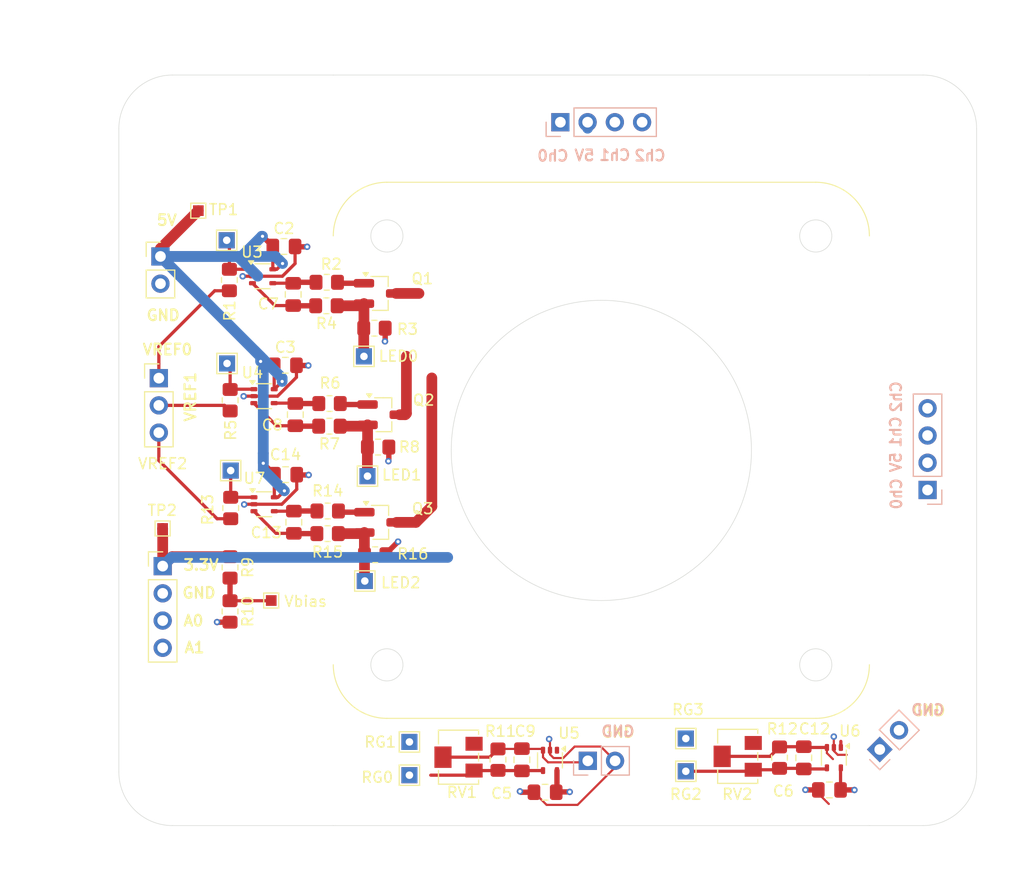
<source format=kicad_pcb>
(kicad_pcb (version 20240108) (generator "pcbnew") (generator_version "8.0")
  (layers (0 "F.Cu" signal) (31 "B.Cu" signal) (34 "B.Paste" user) (35 "F.Paste" user) (36 "B.SilkS" user "B.Silkscreen") (37 "F.SilkS" user "F.Silkscreen") (38 "B.Mask" user) (39 "F.Mask" user) (44 "Edge.Cuts" user))
  (net 0 "")
  (net 1 "GND")
  (net 2 "+5V")
  (net 3 "+3.3V")
  (net 4 "/LEDFB0")
  (net 5 "Net-(C7-Pad1)")
  (net 6 "Net-(C8-Pad1)")
  (net 7 "/LEDFB1")
  (net 8 "/A0")
  (net 9 "/PD_FB0")
  (net 10 "/PD_FB1")
  (net 11 "/A1")
  (net 12 "/VREF0")
  (net 13 "/VREF1")
  (net 14 "/LED_NEG0")
  (net 15 "/LED_NEG1")
  (net 16 "Net-(Q1-G)")
  (net 17 "/LED_SENS0")
  (net 18 "Net-(Q2-G)")
  (net 19 "/LED_SENS1")
  (net 20 "Net-(U3-+)")
  (net 21 "Net-(U4-+)")
  (net 22 "/Vbias")
  (net 25 "Net-(C13-Pad1)")
  (net 26 "/LEDFB2")
  (net 27 "/LED_NEG2")
  (net 28 "/LED_SENS2")
  (net 29 "Net-(Q3-G)")
  (net 30 "/VREF2")
  (net 31 "Net-(U7-+)")
  (footprint "Capacitor_SMD:C_0805_2012Metric_Pad1.18x1.45mm_HandSolder" (layer "F.Cu") (at 162.59 103.8625 -90)
    (property "Reference" "C9")
    (property "Value" "22pF" (hide yes))
  )
  (footprint "Package_TO_SOT_SMD:SOT-23_Handsoldering" (layer "F.Cu") (at 149.36 60.37)
    (property "Reference" "Q1")
    (property "Value" "IRLML6344TRPBF" (hide yes))
  )
  (footprint "Resistor_SMD:R_0805_2012Metric_Pad1.20x1.40mm_HandSolder" (layer "F.Cu") (at 149.18 74.7)
    (property "Reference" "R8")
    (property "Value" "20" (hide yes))
  )
  (footprint "Resistor_SMD:R_0805_2012Metric_Pad1.20x1.40mm_HandSolder" (layer "F.Cu") (at 160.36 103.85 90)
    (property "Reference" "R11")
    (property "Value" "R_US" (hide yes))
  )
  (footprint "TestPoint:TestPoint_THTPad_1.5x1.5mm_Drill0.7mm" (layer "F.Cu") (at 177.878441 104.934422)
    (property "Reference" "RG2")
    (property "Value" "TestPoint" (hide yes))
  )
  (footprint "TestPoint:TestPoint_THTPad_1.5x1.5mm_Drill0.7mm" (layer "F.Cu") (at 147.86 66.24)
    (property "Reference" "LED0")
    (property "Value" "TestPoint" (hide yes))
  )
  (footprint "Capacitor_SMD:C_0805_2012Metric_Pad1.18x1.45mm_HandSolder" (layer "F.Cu") (at 164.7525 106.89 180)
    (property "Reference" "C5")
    (property "Value" "10uF" (hide yes))
  )
  (footprint "Package_TO_SOT_SMD:SOT-353_SC-70-5" (layer "F.Cu") (at 138.41 58.765)
    (property "Reference" "U3")
    (property "Value" "TLV9001IDCK" (hide yes))
  )
  (footprint "Package_TO_SOT_SMD:SOT-353_SC-70-5" (layer "F.Cu") (at 138.55 80.03)
    (property "Reference" "U7")
    (property "Value" "TLV9001IDCK" (hide yes))
  )
  (footprint "TestPoint:TestPoint_THTPad_1.5x1.5mm_Drill0.7mm" (layer "F.Cu") (at 135.43 76.89)
    (property "Reference" "VREF2")
    (property "Value" "TestPoint" (hide yes))
  )
  (footprint "TestPoint:TestPoint_THTPad_1.5x1.5mm_Drill0.7mm" (layer "F.Cu") (at 135.09 66.9)
    (property "Reference" "VREF1" (hide yes))
    (property "Value" "TestPoint" (hide yes))
  )
  (footprint "TestPoint:TestPoint_THTPad_1.5x1.5mm_Drill0.7mm" (layer "F.Cu") (at 148.19 77.41)
    (property "Reference" "LED1")
    (property "Value" "TestPoint" (hide yes))
  )
  (footprint "TestPoint:TestPoint_THTPad_1.5x1.5mm_Drill0.7mm" (layer "F.Cu") (at 177.878441 101.881607)
    (property "Reference" "RG3")
    (property "Value" "TestPoint" (hide yes))
  )
  (footprint "Resistor_SMD:R_0805_2012Metric_Pad1.20x1.40mm_HandSolder" (layer "F.Cu") (at 186.61844 103.664106 90)
    (property "Reference" "R12")
    (property "Value" "R_US" (hide yes))
  )
  (footprint "Capacitor_SMD:C_0805_2012Metric_Pad1.18x1.45mm_HandSolder" (layer "F.Cu") (at 140.5525 77.27)
    (property "Reference" "C14")
    (property "Value" "10uF" (hide yes))
  )
  (footprint "Resistor_SMD:R_0805_2012Metric_Pad1.20x1.40mm_HandSolder" (layer "F.Cu") (at 148.91 84.74)
    (property "Reference" "R16")
    (property "Value" "20" (hide yes))
  )
  (footprint "Connector_PinHeader_2.54mm:PinHeader_1x03_P2.54mm_Vertical" (layer "F.Cu") (at 128.73 68.27)
    (property "Reference" "J4" (hide yes))
    (property "Value" "Conn_01x03_Pin" (hide yes))
  )
  (footprint "TestPoint:TestPoint_THTPad_1.5x1.5mm_Drill0.7mm" (layer "F.Cu") (at 135.06 55.41)
    (property "Reference" "VREF0" (hide yes))
    (property "Value" "TestPoint" (hide yes))
  )
  (footprint "Capacitor_SMD:C_0805_2012Metric_Pad1.18x1.45mm_HandSolder" (layer "F.Cu") (at 140.3975 55.99)
    (property "Reference" "C2")
    (property "Value" "10uF" (hide yes))
  )
  (footprint "Connector_PinHeader_2.54mm:PinHeader_1x02_P2.54mm_Vertical" (layer "F.Cu") (at 128.88 56.92)
    (property "Reference" "J3" (hide yes))
    (property "Value" "Conn_01x02_Pin" (hide yes))
  )
  (footprint "Resistor_SMD:R_0805_2012Metric_Pad1.20x1.40mm_HandSolder" (layer "F.Cu") (at 135.37 85.92 -90)
    (property "Reference" "R9")
    (property "Value" "15K" (hide yes))
  )
  (footprint "TestPoint:TestPoint_Pad_1.0x1.0mm" (layer "F.Cu") (at 129.08 82.29 180)
    (property "Reference" "TP2")
    (property "Value" "TestPoint" (hide yes))
  )
  (footprint "Potentiometer_SMD:Potentiometer_Bourns_3214W_Vertical" (layer "F.Cu") (at 156.68 103.62 -90)
    (property "Reference" "RV1")
    (property "Value" "2M" (hide yes))
  )
  (footprint "Package_TO_SOT_SMD:SOT-23_Handsoldering" (layer "F.Cu") (at 149.4 81.72)
    (property "Reference" "Q3")
    (property "Value" "IRLML6344TRPBF" (hide yes))
  )
  (footprint "Package_TO_SOT_SMD:SOT-353_SC-70-5" (layer "F.Cu") (at 165.21 103.92 -90)
    (property "Reference" "U5")
    (property "Value" "TLV9001IDCK" (hide yes))
  )
  (footprint "Resistor_SMD:R_0805_2012Metric_Pad1.20x1.40mm_HandSolder" (layer "F.Cu") (at 144.39 59.33 180)
    (property "Reference" "R2")
    (property "Value" "470" (hide yes))
  )
  (footprint "TestPoint:TestPoint_THTPad_1.5x1.5mm_Drill0.7mm" (layer "F.Cu") (at 147.94 87.19)
    (property "Reference" "LED2")
    (property "Value" "TestPoint" (hide yes))
  )
  (footprint "Resistor_SMD:R_0805_2012Metric_Pad1.20x1.40mm_HandSolder" (layer "F.Cu") (at 135.4325 80.3825 -90)
    (property "Reference" "R13")
    (property "Value" "1K" (hide yes))
  )
  (footprint "Resistor_SMD:R_0805_2012Metric_Pad1.20x1.40mm_HandSolder" (layer "F.Cu") (at 144.48 80.66 180)
    (property "Reference" "R14")
    (property "Value" "470" (hide yes))
  )
  (footprint "Resistor_SMD:R_0805_2012Metric_Pad1.20x1.40mm_HandSolder" (layer "F.Cu") (at 144.64 72.75 180)
    (property "Reference" "R7")
    (property "Value" "100" (hide yes))
  )
  (footprint "Resistor_SMD:R_0805_2012Metric_Pad1.20x1.40mm_HandSolder" (layer "F.Cu") (at 144.65 70.64 180)
    (property "Reference" "R6")
    (property "Value" "470" (hide yes))
  )
  (footprint "Capacitor_SMD:C_0805_2012Metric_Pad1.18x1.45mm_HandSolder" (layer "F.Cu") (at 141.46 71.6725 -90)
    (property "Reference" "C8")
    (property "Value" "22nF" (hide yes))
  )
  (footprint "Capacitor_SMD:C_0805_2012Metric_Pad1.18x1.45mm_HandSolder" (layer "F.Cu") (at 141.32 81.7075 -90)
    (property "Reference" "C13")
    (property "Value" "22nF" (hide yes))
  )
  (footprint "TestPoint:TestPoint_Pad_1.0x1.0mm" (layer "F.Cu") (at 132.41 52.65)
    (property "Reference" "TP1")
    (property "Value" "TestPoint" (hide yes))
  )
  (footprint "Connector_PinHeader_2.54mm:PinHeader_1x04_P2.54mm_Vertical" (layer "F.Cu") (at 129.09 85.8)
    (property "Reference" "J1" (hide yes))
    (property "Value" "Conn_01x04" (hide yes))
  )
  (footprint "Capacitor_SMD:C_0805_2012Metric_Pad1.18x1.45mm_HandSolder" (layer "F.Cu") (at 141.26 60.4625 -90)
    (property "Reference" "C7")
    (property "Value" "22nF" (hide yes))
  )
  (footprint "Capacitor_SMD:C_0805_2012Metric_Pad1.18x1.45mm_HandSolder" (layer "F.Cu") (at 188.878441 103.681607 -90)
    (property "Reference" "C12")
    (property "Value" "22pF" (hide yes))
  )
  (footprint "Resistor_SMD:R_0805_2012Metric_Pad1.20x1.40mm_HandSolder" (layer "F.Cu") (at 135.37 90.03 -90)
    (property "Reference" "R10")
    (property "Value" "470" (hide yes))
  )
  (footprint "TestPoint:TestPoint_Pad_1.0x1.0mm" (layer "F.Cu") (at 139.21 89.01)
    (property "Reference" "Vbias")
    (property "Value" "TestPoint" (hide yes))
  )
  (footprint "Package_TO_SOT_SMD:SOT-353_SC-70-5" (layer "F.Cu") (at 138.54 69.95)
    (property "Reference" "U4")
    (property "Value" "TLV9001IDCK" (hide yes))
  )
  (footprint "Package_TO_SOT_SMD:SOT-353_SC-70-5" (layer "F.Cu") (at 191.688441 103.664106 -90)
    (property "Reference" "U6")
    (property "Value" "TLV9001IDCK" (hide yes))
  )
  (footprint "Resistor_SMD:R_0805_2012Metric_Pad1.20x1.40mm_HandSolder" (layer "F.Cu") (at 148.84 63.61)
    (property "Reference" "R3")
    (property "Value" "20" (hide yes))
  )
  (footprint "Capacitor_SMD:C_0805_2012Metric_Pad1.18x1.45mm_HandSolder" (layer "F.Cu") (at 191.272658 106.673904 180)
    (property "Reference" "C6")
    (property "Value" "10uF" (hide yes))
  )
  (footprint "Resistor_SMD:R_0805_2012Metric_Pad1.20x1.40mm_HandSolder" (layer "F.Cu") (at 144.36 61.52 180)
    (property "Reference" "R4")
    (property "Value" "100" (hide yes))
  )
  (footprint "Resistor_SMD:R_0805_2012Metric_Pad1.20x1.40mm_HandSolder" (layer "F.Cu") (at 144.47 82.77 180)
    (property "Reference" "R15")
    (property "Value" "100" (hide yes))
  )
  (footprint "Potentiometer_SMD:Potentiometer_Bourns_3214W_Vertical" (layer "F.Cu") (at 182.718441 103.544106 -90)
    (property "Reference" "RV2")
    (property "Value" "2M" (hide yes))
  )
  (footprint "TestPoint:TestPoint_THTPad_1.5x1.5mm_Drill0.7mm" (layer "F.Cu") (at 152.1 105.3)
    (property "Reference" "RG0")
    (property "Value" "TestPoint" (hide yes))
  )
  (footprint "Package_TO_SOT_SMD:SOT-23_Handsoldering" (layer "F.Cu") (at 149.6975 71.68)
    (property "Reference" "Q2")
    (property "Value" "IRLML6344TRPBF" (hide yes))
  )
  (footprint "TestPoint:TestPoint_THTPad_1.5x1.5mm_Drill0.7mm" (layer "F.Cu") (at 152.1 102.2)
    (property "Reference" "RG1")
    (property "Value" "TestPoint" (hide yes))
  )
  (footprint "Resistor_SMD:R_0805_2012Metric_Pad1.20x1.40mm_HandSolder" (layer "F.Cu") (at 135.31 59.12 -90)
    (property "Reference" "R1")
    (property "Value" "1K" (hide yes))
  )
  (footprint "Resistor_SMD:R_0805_2012Metric_Pad1.20x1.40mm_HandSolder" (layer "F.Cu") (at 135.38 70.33 -90)
    (property "Reference" "R5")
    (property "Value" "1K" (hide yes))
  )
  (footprint "Capacitor_SMD:C_0805_2012Metric_Pad1.18x1.45mm_HandSolder" (layer "F.Cu") (at 140.5275 67.07)
    (property "Reference" "C3")
    (property "Value" "10uF" (hide yes))
  )
  (footprint "Connector_PinSocket_2.54mm:PinSocket_1x02_P2.54mm_Vertical" (layer "B.Cu") (at 168.74 103.96 -90)
    (property "Reference" "J7" (hide yes))
    (property "Value" "Conn_01x02_Pin" (hide yes))
  )
  (footprint "Connector_PinSocket_2.54mm:PinSocket_1x02_P2.54mm_Vertical" (layer "B.Cu") (at 195.967588 102.903122 -45)
    (property "Reference" "J2" (hide yes))
    (property "Value" "Conn_01x02_Pin" (hide yes))
  )
  (footprint "Connector_PinSocket_2.54mm:PinSocket_1x04_P2.54mm_Vertical" (layer "B.Cu") (at 166.18 44.4 -90)
    (property "Reference" "J5" (hide yes))
    (property "Value" "Conn_01x04" (hide yes))
  )
  (footprint "Connector_PinSocket_2.54mm:PinSocket_1x04_P2.54mm_Vertical" (layer "B.Cu") (at 200.425 78.7)
    (property "Reference" "J6" (hide yes))
    (property "Value" "Conn_01x04" (hide yes))
  )
  (gr_line (start 190 50) (end 150 50) (stroke (width 0.1)) (layer "F.SilkS"))
  (gr_arc (start 150 100) (mid 146.464466 98.535534) (end 145 95) (stroke (width 0.1)) (layer "F.SilkS"))
  (gr_arc (start 190 50) (mid 193.535534 51.464466) (end 195 55) (stroke (width 0.1)) (layer "F.SilkS"))
  (gr_arc (start 195 95) (mid 193.535534 98.535534) (end 190 100) (stroke (width 0.1)) (layer "F.SilkS"))
  (gr_arc (start 145 55) (mid 146.464466 51.464466) (end 150 50) (stroke (width 0.1)) (layer "F.SilkS"))
  (gr_line (start 150 100) (end 190 100) (stroke (width 0.1)) (layer "F.SilkS"))
  (gr_line (start 205 105) (end 205 45) (stroke (width 0.05)) (layer "Edge.Cuts"))
  (gr_circle (center 170 75.01) (end 184 74.97) (stroke (width 0.05)) (fill none) (layer "Edge.Cuts"))
  (gr_line (start 200 110) (end 195 110) (stroke (width 0.05)) (layer "Edge.Cuts"))
  (gr_arc (start 125 45) (mid 126.464466 41.464466) (end 130 40) (stroke (width 0.05)) (layer "Edge.Cuts"))
  (gr_line (start 195 40) (end 145 40) (stroke (width 0.05)) (layer "Edge.Cuts"))
  (gr_circle (center 150 55.01) (end 151.5 55.01) (stroke (width 0.05)) (fill none) (layer "Edge.Cuts"))
  (gr_line (start 145 40) (end 130 40) (stroke (width 0.05)) (layer "Edge.Cuts"))
  (gr_circle (center 150 95.01) (end 149.98 96.51) (stroke (width 0.05)) (fill none) (layer "Edge.Cuts"))
  (gr_line (start 195 40) (end 200 40) (stroke (width 0.05)) (layer "Edge.Cuts"))
  (gr_line (start 130 110) (end 145 110) (stroke (width 0.05)) (layer "Edge.Cuts"))
  (gr_arc (start 205 105) (mid 203.535534 108.535534) (end 200 110) (stroke (width 0.05)) (layer "Edge.Cuts"))
  (gr_circle (center 190 55.01) (end 191.5 54.98) (stroke (width 0.05)) (fill none) (layer "Edge.Cuts"))
  (gr_line (start 125 105) (end 125 45) (stroke (width 0.05)) (layer "Edge.Cuts"))
  (gr_line (start 195 110) (end 145 110) (stroke (width 0.05)) (layer "Edge.Cuts"))
  (gr_circle (center 190 95.01) (end 190.02 96.51) (stroke (width 0.05)) (fill none) (layer "Edge.Cuts"))
  (gr_arc (start 200 40) (mid 203.535534 41.464466) (end 205 45) (stroke (width 0.05)) (layer "Edge.Cuts"))
  (gr_arc (start 130 110) (mid 126.464466 108.535534) (end 125 105) (stroke (width 0.05)) (layer "Edge.Cuts"))
  (gr_text "Ch0" (at 167.04 48.12 0) (layer "B.SilkS") (effects (font (size 1 1) (thickness 0.2) (bold yes)) (justify left bottom mirror)))
  (gr_text "Ch1" (at 172.81 48.06 0) (layer "B.SilkS") (effects (font (size 1 1) (thickness 0.2) (bold yes)) (justify left bottom mirror)))
  (gr_text "5V" (at 169.46 48.08 0) (layer "B.SilkS") (effects (font (size 1 1) (thickness 0.2) (bold yes)) (justify left bottom mirror)))
  (gr_text "GND" (at 202.1 99.8 0) (layer "B.SilkS") (effects (font (size 1 1) (thickness 0.2) (bold yes)) (justify left bottom mirror)))
  (gr_text "Ch0" (at 198.1 77.5 90) (layer "B.SilkS") (effects (font (size 1 1) (thickness 0.2) (bold yes)) (justify left bottom mirror)))
  (gr_text "5V" (at 198.06 75.08 90) (layer "B.SilkS") (effects (font (size 1 1) (thickness 0.2) (bold yes)) (justify left bottom mirror)))
  (gr_text "Ch2" (at 198.08 68.45 90) (layer "B.SilkS") (effects (font (size 1 1) (thickness 0.2) (bold yes)) (justify left bottom mirror)))
  (gr_text "Ch1" (at 198.04 71.73 90) (layer "B.SilkS") (effects (font (size 1 1) (thickness 0.2) (bold yes)) (justify left bottom mirror)))
  (gr_text "GND" (at 173.2 101.8 0) (layer "B.SilkS") (effects (font (size 1 1) (thickness 0.2) (bold yes)) (justify left bottom mirror)))
  (gr_text "Ch2" (at 176.09 48.1 0) (layer "B.SilkS") (effects (font (size 1 1) (thickness 0.2) (bold yes)) (justify left bottom mirror)))
  (gr_text "GND" (at 198.88 99.85 0) (layer "F.SilkS") (effects (font (size 1 1) (thickness 0.2) (bold yes)) (justify left bottom)))
  (gr_text "5V" (at 128.44 54.12 0) (layer "F.SilkS") (effects (font (size 1 1) (thickness 0.2) (bold yes)) (justify left bottom)))
  (gr_text "GND" (at 130.82 88.88 0) (layer "F.SilkS") (effects (font (size 1 1) (thickness 0.2) (bold yes)) (justify left bottom)))
  (gr_text "VREF0\n" (at 127.12 66.19 0) (layer "F.SilkS") (effects (font (size 1 1) (thickness 0.2) (bold yes)) (justify left bottom)))
  (gr_text "GND" (at 169.9 101.86 0) (layer "F.SilkS") (effects (font (size 1 1) (thickness 0.2) (bold yes)) (justify left bottom)))
  (gr_text "3.3V" (at 130.92 86.28 0) (layer "F.SilkS") (effects (font (size 1 1) (thickness 0.2) (bold yes)) (justify left bottom)))
  (gr_text "VREF1" (at 132.26 72.43 90) (layer "F.SilkS") (effects (font (size 1 1) (thickness 0.2) (bold yes)) (justify left bottom)))
  (gr_text "GND" (at 127.48 62.99 0) (layer "F.SilkS") (effects (font (size 1 1) (thickness 0.2) (bold yes)) (justify left bottom)))
  (gr_text "A0" (at 130.92 91.48 0) (layer "F.SilkS") (effects (font (size 1 1) (thickness 0.2) (bold yes)) (justify left bottom)))
  (gr_text "A1" (at 131.02 93.98 0) (layer "F.SilkS") (effects (font (size 1 1) (thickness 0.2) (bold yes)) (justify left bottom)))
  (segment (start 191.688441 102.714107) (end 191.688441 103.039106) (width 0.2) (layer "F.Cu") (net 1))
  (segment (start 164.895 108.07) (end 163.715 106.89) (width 0.2) (layer "F.Cu") (net 1))
  (segment (start 191.680832 102.706498) (end 191.680832 101.702944) (width 0.2) (layer "F.Cu") (net 1))
  (segment (start 149.84 63.61) (end 149.84 64.82) (width 0.5) (layer "F.Cu") (net 1))
  (segment (start 137.46 58.765) (end 136.555 58.765) (width 0.3) (layer "F.Cu") (net 1))
  (segment (start 191.688441 102.714107) (end 191.680832 102.706498) (width 0.2) (layer "F.Cu") (net 1))
  (segment (start 141.435 57.582044) (end 141.435 55.99) (width 0.3) (layer "F.Cu") (net 1))
  (segment (start 141.565 68.189168) (end 141.565 67.07) (width 0.3) (layer "F.Cu") (net 1))
  (segment (start 136.65 69.95) (end 136.64 69.96) (width 0.3) (layer "F.Cu") (net 1))
  (segment (start 165.21 102.97) (end 165.21 102.01) (width 0.2) (layer "F.Cu") (net 1))
  (segment (start 137.59 69.95) (end 139.804168 69.95) (width 0.3) (layer "F.Cu") (net 1))
  (segment (start 141.585 67.09) (end 141.565 67.07) (width 0.5) (layer "F.Cu") (net 1))
  (segment (start 136.555 58.765) (end 136.55 58.77) (width 0.3) (layer "F.Cu") (net 1))
  (segment (start 166.44 103.7) (end 167.51 102.63) (width 0.2) (layer "F.Cu") (net 1))
  (segment (start 135.37 91.03) (end 134.17 91.03) (width 0.5) (layer "F.Cu") (net 1))
  (segment (start 140.2 80.03) (end 141.59 78.64) (width 0.3) (layer "F.Cu") (net 1))
  (segment (start 150.18 74.7) (end 150.18 75.97) (width 0.5) (layer "F.Cu") (net 1))
  (segment (start 142.67 67.09) (end 141.585 67.09) (width 0.5) (layer "F.Cu") (net 1))
  (segment (start 137.6 80.03) (end 140.2 80.03) (width 0.3) (layer "F.Cu") (net 1))
  (segment (start 136.71 80.03) (end 136.69 80.05) (width 0.3) (layer "F.Cu") (net 1))
  (segment (start 171.28 104.568529) (end 167.778529 108.07) (width 0.2) (layer "F.Cu") (net 1))
  (segment (start 141.62 77.3) (end 141.59 77.27) (width 0.5) (layer "F.Cu") (net 1))
  (segment (start 134.17 91.03) (end 134.16 91.02) (width 0.5) (layer "F.Cu") (net 1))
  (segment (start 163.715 106.89) (end 163.68 106.89) (width 0.2) (layer "F.Cu") (net 1))
  (segment (start 190.235158 107.003068) (end 190.235158 106.673904) (width 0.2) (layer "F.Cu") (net 1))
  (segment (start 165.21 103.36) (end 165.55 103.7) (width 0.2) (layer "F.Cu") (net 1))
  (segment (start 149.91 84.65) (end 151.04 83.52) (width 0.5) (layer "F.Cu") (net 1))
  (segment (start 190.235158 106.673904) (end 190.228087 106.666833) (width 0.2) (layer "F.Cu") (net 1))
  (segment (start 167.778529 108.07) (end 164.895 108.07) (width 0.2) (layer "F.Cu") (net 1))
  (segment (start 171.28 103.96) (end 171.28 104.568529) (width 0.2) (layer "F.Cu") (net 1))
  (segment (start 150.18 75.97) (end 150.14 76.01) (width 0.5) (layer "F.Cu") (net 1))
  (segment (start 142.56 56.02) (end 141.465 56.02) (width 0.5) (layer "F.Cu") (net 1))
  (segment (start 137.46 58.765) (end 140.252044 58.765) (width 0.3) (layer "F.Cu") (net 1))
  (segment (start 162.49 106.89) (end 163.715 106.89) (width 0.5) (layer "F.Cu") (net 1))
  (segment (start 140.252044 58.765) (end 141.435 57.582044) (width 0.3) (layer "F.Cu") (net 1))
  (segment (start 192.049335 103.4) (end 192.882914 103.4) (width 0.2) (layer "F.Cu") (net 1))
  (segment (start 189.043324 106.673904) (end 190.235158 106.673904) (width 0.5) (layer "F.Cu") (net 1))
  (segment (start 191.214142 107.982052) (end 190.235158 107.003068) (width 0.2) (layer "F.Cu") (net 1))
  (segment (start 165.21 102.97) (end 165.21 103.36) (width 0.2) (layer "F.Cu") (net 1))
  (segment (start 139.804168 69.95) (end 141.565 68.189168) (width 0.3) (layer "F.Cu") (net 1))
  (segment (start 167.51 102.63) (end 169.95 102.63) (width 0.2) (layer "F.Cu") (net 1))
  (segment (start 191.688441 103.039106) (end 192.049335 103.4) (width 0.2) (layer "F.Cu") (net 1))
  (segment (start 149.84 64.82) (end 149.82 64.84) (width 0.5) (layer "F.Cu") (net 1))
  (segment (start 142.7 77.3) (end 141.62 77.3) (width 0.5) (layer "F.Cu") (net 1))
  (segment (start 149.91 84.74) (end 149.91 84.65) (width 0.5) (layer "F.Cu") (net 1))
  (segment (start 141.465 56.02) (end 141.435 55.99) (width 0.5) (layer "F.Cu") (net 1))
  (segment (start 165.55 103.7) (end 166.44 103.7) (width 0.2) (layer "F.Cu") (net 1))
  (segment (start 141.59 78.64) (end 141.59 77.27) (width 0.3) (layer "F.Cu") (net 1))
  (segment (start 169.95 102.63) (end 171.28 103.96) (width 0.2) (layer "F.Cu") (net 1))
  (segment (start 189.036253 106.666833) (end 189.043324 106.673904) (width 0.5) (layer "F.Cu") (net 1))
  (segment (start 137.59 69.95) (end 136.65 69.95) (width 0.3) (layer "F.Cu") (net 1))
  (segment (start 165.21 102.01) (end 165.13 101.93) (width 0.2) (layer "F.Cu") (net 1))
  (segment (start 162.41 106.81) (end 162.49 106.89) (width 0.5) (layer "F.Cu") (net 1))
  (segment (start 137.6 80.03) (end 136.71 80.03) (width 0.3) (layer "F.Cu") (net 1))
  (via (at 149.82 64.84) (size 0.6) (drill 0.3) (layers "F.Cu" "B.Cu") (net 1))
  (via (at 142.56 56.02) (size 0.6) (drill 0.3) (layers "F.Cu" "B.Cu") (net 1))
  (via (at 165.13 101.93) (size 0.6) (drill 0.3) (layers "F.Cu" "B.Cu") (net 1))
  (via (at 191.680832 101.702944) (size 0.6) (drill 0.3) (layers "F.Cu" "B.Cu") (net 1))
  (via (at 151.04 83.52) (size 0.6) (drill 0.3) (layers "F.Cu" "B.Cu") (net 1))
  (via (at 134.16 91.02) (size 0.6) (drill 0.3) (layers "F.Cu" "B.Cu") (net 1))
  (via (at 142.7 77.3) (size 0.6) (drill 0.3) (layers "F.Cu" "B.Cu") (net 1))
  (via (at 136.55 58.77) (size 0.6) (drill 0.3) (layers "F.Cu" "B.Cu") (net 1))
  (via (at 142.67 67.09) (size 0.6) (drill 0.3) (layers "F.Cu" "B.Cu") (net 1))
  (via (at 189.036253 106.666833) (size 0.6) (drill 0.3) (layers "F.Cu" "B.Cu") (net 1))
  (via (at 150.14 76.01) (size 0.6) (drill 0.3) (layers "F.Cu" "B.Cu") (net 1))
  (via (at 136.64 69.96) (size 0.6) (drill 0.3) (layers "F.Cu" "B.Cu") (net 1))
  (via (at 162.41 106.81) (size 0.6) (drill 0.3) (layers "F.Cu" "B.Cu") (net 1))
  (via (at 136.69 80.05) (size 0.6) (drill 0.3) (layers "F.Cu" "B.Cu") (net 1))
  (segment (start 139.5 79.38) (end 139.5 77.285) (width 0.3) (layer "F.Cu") (net 2))
  (segment (start 138.47 76.225) (end 139.515 77.27) (width 0.5) (layer "F.Cu") (net 2))
  (segment (start 139.36 58.115) (end 139.36 55.99) (width 0.3) (layer "F.Cu") (net 2))
  (segment (start 138.22 66.71) (end 139.13 66.71) (width 0.5) (layer "F.Cu") (net 2))
  (segment (start 139.13 66.71) (end 139.49 67.07) (width 0.5) (layer "F.Cu") (net 2))
  (segment (start 139.36 58.115) (end 139.735 58.115) (width 0.3) (layer "F.Cu") (net 2))
  (segment (start 139.515 77.27) (end 139.515 77.255) (width 0.3) (layer "F.Cu") (net 2))
  (segment (start 139.84 79.38) (end 140.44 78.78) (width 0.3) (layer "F.Cu") (net 2))
  (segment (start 138.47 76.21) (end 138.47 76.225) (width 0.5) (layer "F.Cu") (net 2))
  (segment (start 128.88 56.92) (end 128.88 56.18) (width 1) (layer "F.Cu") (net 2))
  (segment (start 139.51 69.3) (end 139.49 69.3) (width 0.3) (layer "F.Cu") (net 2))
  (segment (start 138.41 55.04) (end 139.36 55.99) (width 0.5) (layer "F.Cu") (net 2))
  (segment (start 139.5 79.38) (end 139.84 79.38) (width 0.3) (layer "F.Cu") (net 2))
  (segment (start 138.4 55.04) (end 138.41 55.04) (width 0.5) (layer "F.Cu") (net 2))
  (segment (start 139.5 77.285) (end 139.515 77.27) (width 0.3) (layer "F.Cu") (net 2))
  (segment (start 139.49 69.3) (end 139.49 67.07) (width 0.3) (layer "F.Cu") (net 2))
  (segment (start 139.735 58.115) (end 140.27 57.58) (width 0.3) (layer "F.Cu") (net 2))
  (segment (start 128.88 56.18) (end 132.41 52.65) (width 1) (layer "F.Cu") (net 2))
  (segment (start 140.23 68.58) (end 139.51 69.3) (width 0.3) (layer "F.Cu") (net 2))
  (via (at 138.47 76.21) (size 0.6) (drill 0.3) (layers "F.Cu" "B.Cu") (net 2))
  (via (at 140.27 57.58) (size 0.6) (drill 0.3) (layers "F.Cu" "B.Cu") (net 2))
  (via (at 140.44 78.78) (size 0.6) (drill 0.3) (layers "F.Cu" "B.Cu") (net 2))
  (via (at 140.23 68.58) (size 0.6) (drill 0.3) (layers "F.Cu" "B.Cu") (net 2))
  (via (at 138.4 55.04) (size 0.6) (drill 0.3) (layers "F.Cu" "B.Cu") (net 2))
  (via (at 138.22 66.71) (size 0.6) (drill 0.3) (layers "F.Cu" "B.Cu") (net 2))
  (segment (start 139.61 56.92) (end 140.27 57.58) (width 1) (layer "B.Cu") (net 2))
  (segment (start 138.47 75.26) (end 138.47 76.21) (width 1) (layer "B.Cu") (net 2))
  (segment (start 168.72 44.96) (end 168.72 44.4) (width 1) (layer "B.Cu") (net 2))
  (segment (start 138.47 75.26) (end 138.47 76.81) (width 1) (layer "B.Cu") (net 2))
  (segment (start 140.23 68.27) (end 140.23 68.58) (width 1) (layer "B.Cu") (net 2))
  (segment (start 138.33 55.04) (end 138.4 55.04) (width 1) (layer "B.Cu") (net 2))
  (segment (start 136.45 56.92) (end 139.61 56.92) (width 1) (layer "B.Cu") (net 2))
  (segment (start 128.88 56.92) (end 137.685 65.725) (width 1) (layer "B.Cu") (net 2))
  (segment (start 137.685 65.725) (end 140.23 68.27) (width 1) (layer "B.Cu") (net 2))
  (segment (start 136.114214 56.92) (end 137.954214 58.76) (width 1) (layer "B.Cu") (net 2))
  (segment (start 136.45 56.92) (end 138.33 55.04) (width 1) (layer "B.Cu") (net 2))
  (segment (start 138.22 66.26) (end 138.22 66.71) (width 1) (layer "B.Cu") (net 2))
  (segment (start 128.88 56.92) (end 138.47 66.51) (width 1) (layer "B.Cu") (net 2))
  (segment (start 137.685 65.725) (end 138.22 66.26) (width 1) (layer "B.Cu") (net 2))
  (segment (start 128.88 56.92) (end 136.45 56.92) (width 1) (layer "B.Cu") (net 2))
  (segment (start 128.88 56.92) (end 136.114214 56.92) (width 1) (layer "B.Cu") (net 2))
  (segment (start 138.47 76.81) (end 140.44 78.78) (width 1) (layer "B.Cu") (net 2))
  (segment (start 138.47 66.51) (end 138.47 75.26) (width 1) (layer "B.Cu") (net 2))
  (segment (start 165.86 106.82) (end 165.79 106.89) (width 0.5) (layer "F.Cu") (net 3))
  (segment (start 129.09 82.3) (end 129.08 82.29) (width 1) (layer "F.Cu") (net 3))
  (segment (start 129.09 85.8) (end 129.09 82.3) (width 1) (layer "F.Cu") (net 3))
  (segment (start 192.310157 104.642391) (end 192.310157 106.673904) (width 0.3) (layer "F.Cu") (net 3))
  (segment (start 165.86 104.87) (end 165.86 106.82) (width 0.5) (layer "F.Cu") (net 3))
  (segment (start 165.82 106.86) (end 165.79 106.89) (width 0.5) (layer "F.Cu") (net 3))
  (segment (start 129.09 85.8) (end 129.97 84.92) (width 1) (layer "F.Cu") (net 3))
  (segment (start 193.597092 106.673904) (end 192.310157 106.673904) (width 0.5) (layer "F.Cu") (net 3))
  (segment (start 167.05 106.86) (end 165.82 106.86) (width 0.5) (layer "F.Cu") (net 3))
  (segment (start 129.97 84.92) (end 135.37 84.92) (width 1) (layer "F.Cu") (net 3))
  (segment (start 192.338441 104.614107) (end 192.310157 104.642391) (width 0.3) (layer "F.Cu") (net 3))
  (segment (start 192.310157 106.673904) (end 192.317228 106.680975) (width 0.3) (layer "F.Cu") (net 3))
  (via (at 193.604163 106.680975) (size 0.6) (drill 0.3) (layers "F.Cu" "B.Cu") (net 3))
  (via (at 167.05 106.86) (size 0.6) (drill 0.3) (layers "F.Cu" "B.Cu") (net 3))
  (segment (start 129.09 85.8) (end 129.9 84.99) (width 1) (layer "B.Cu") (net 3))
  (segment (start 129.9 84.99) (end 155.67 84.99) (width 1) (layer "B.Cu") (net 3))
  (segment (start 143.36 61.52) (end 141.28 61.52) (width 0.5) (layer "F.Cu") (net 4))
  (segment (start 137.46 59.415) (end 139.545 61.5) (width 0.3) (layer "F.Cu") (net 4))
  (segment (start 139.545 61.5) (end 141.26 61.5) (width 0.3) (layer "F.Cu") (net 4))
  (segment (start 141.28 61.52) (end 141.26 61.5) (width 0.5) (layer "F.Cu") (net 4))
  (segment (start 143.39 59.33) (end 141.355 59.33) (width 0.5) (layer "F.Cu") (net 5))
  (segment (start 139.36 59.415) (end 141.25 59.415) (width 0.3) (layer "F.Cu") (net 5))
  (segment (start 141.25 59.415) (end 141.26 59.425) (width 0.3) (layer "F.Cu") (net 5))
  (segment (start 141.355 59.33) (end 141.26 59.425) (width 0.5) (layer "F.Cu") (net 5))
  (segment (start 143.65 70.64) (end 141.465 70.64) (width 0.5) (layer "F.Cu") (net 6))
  (segment (start 139.49 70.6) (end 141.425 70.6) (width 0.3) (layer "F.Cu") (net 6))
  (segment (start 141.425 70.6) (end 141.46 70.635) (width 0.3) (layer "F.Cu") (net 6))
  (segment (start 141.465 70.64) (end 141.46 70.635) (width 0.5) (layer "F.Cu") (net 6))
  (segment (start 141.5 72.75) (end 141.46 72.71) (width 0.5) (layer "F.Cu") (net 7))
  (segment (start 143.64 72.75) (end 141.5 72.75) (width 0.5) (layer "F.Cu") (net 7))
  (segment (start 139.7 72.71) (end 141.46 72.71) (width 0.3) (layer "F.Cu") (net 7))
  (segment (start 137.59 70.6) (end 139.7 72.71) (width 0.3) (layer "F.Cu") (net 7))
  (segment (start 164.56 104.87) (end 158.13 104.87) (width 0.3) (layer "F.Cu") (net 8))
  (segment (start 160.7 105.19) (end 160.36 104.85) (width 0.3) (layer "F.Cu") (net 8))
  (segment (start 157.7 105.3) (end 154.09 105.3) (width 0.3) (layer "F.Cu") (net 8))
  (segment (start 158.13 104.87) (end 157.7 105.3) (width 0.3) (layer "F.Cu") (net 8))
  (segment (start 168.6 104.1) (end 168.74 103.96) (width 0.2) (layer "F.Cu") (net 9))
  (segment (start 160.36 102.85) (end 164.44 102.85) (width 0.2) (layer "F.Cu") (net 9))
  (segment (start 160.48 102.97) (end 160.36 102.85) (width 0.2) (layer "F.Cu") (net 9))
  (segment (start 155.23 103.62) (end 159.59 103.62) (width 0.3) (layer "F.Cu") (net 9))
  (segment (start 159.59 103.62) (end 160.36 102.85) (width 0.3) (layer "F.Cu") (net 9))
  (segment (start 165.03 104.1) (end 168.6 104.1) (width 0.2) (layer "F.Cu") (net 9))
  (segment (start 164.56 102.97) (end 164.56 103.63) (width 0.2) (layer "F.Cu") (net 9))
  (segment (start 164.44 102.85) (end 164.56 102.97) (width 0.2) (layer "F.Cu") (net 9))
  (segment (start 155.23 103.62) (end 155.2 103.62) (width 0.3) (layer "F.Cu") (net 9))
  (segment (start 164.56 103.63) (end 165.03 104.1) (width 0.2) (layer "F.Cu") (net 9))
  (segment (start 186.61844 102.664106) (end 186.63844 102.644107) (width 0.3) (layer "F.Cu") (net 10))
  (segment (start 188.878441 102.644107) (end 188.94844 102.714106) (width 0.3) (layer "F.Cu") (net 10))
  (segment (start 191.6 103.8) (end 191.038441 103.238442) (width 0.2) (layer "F.Cu") (net 10))
  (segment (start 186.61844 102.664106) (end 185.73844 103.544106) (width 0.3) (layer "F.Cu") (net 10))
  (segment (start 185.73844 103.544106) (end 181.268441 103.544106) (width 0.3) (layer "F.Cu") (net 10))
  (segment (start 186.63844 102.644107) (end 188.878441 102.644107) (width 0.3) (layer "F.Cu") (net 10))
  (segment (start 191.038441 103.238442) (end 191.038441 102.714106) (width 0.2) (layer "F.Cu") (net 10))
  (segment (start 188.94844 102.714106) (end 191.038441 102.714106) (width 0.3) (layer "F.Cu") (net 10))
  (segment (start 186.61844 104.664107) (end 186.488441 104.794106) (width 0.3) (layer "F.Cu") (net 11))
  (segment (start 190.933442 104.719106) (end 188.878441 104.719106) (width 0.3) (layer "F.Cu") (net 11))
  (segment (start 188.878441 104.719106) (end 188.823441 104.664107) (width 0.3) (layer "F.Cu") (net 11))
  (segment (start 184.028125 104.934422) (end 178.62057 104.934422) (width 0.3) (layer "F.Cu") (net 11))
  (segment (start 186.488441 104.794106) (end 184.168441 104.794106) (width 0.3) (layer "F.Cu") (net 11))
  (segment (start 191.038441 104.614107) (end 190.933442 104.719106) (width 0.3) (layer "F.Cu") (net 11))
  (segment (start 184.168441 104.794106) (end 184.028125 104.934422) (width 0.3) (layer "F.Cu") (net 11))
  (segment (start 188.823441 104.664107) (end 186.61844 104.664107) (width 0.3) (layer "F.Cu") (net 11))
  (segment (start 128.73 65.33) (end 133.94 60.12) (width 0.3) (layer "F.Cu") (net 12))
  (segment (start 128.73 68.27) (end 128.73 65.33) (width 0.3) (layer "F.Cu") (net 12))
  (segment (start 133.94 60.12) (end 135.31 60.12) (width 0.3) (layer "F.Cu") (net 12))
  (segment (start 134.86 70.81) (end 135.38 71.33) (width 0.3) (layer "F.Cu") (net 13))
  (segment (start 128.73 70.81) (end 134.86 70.81) (width 0.3) (layer "F.Cu") (net 13))
  (segment (start 150.86 60.37) (end 152.99 60.37) (width 1) (layer "F.Cu") (net 14))
  (segment (start 151.82 71.56) (end 151.82 66.23) (width 1) (layer "F.Cu") (net 15))
  (segment (start 151.1975 71.68) (end 151.7 71.68) (width 1) (layer "F.Cu") (net 15))
  (segment (start 151.7 71.68) (end 151.82 71.56) (width 1) (layer "F.Cu") (net 15))
  (segment (start 147.86 59.42) (end 145.48 59.42) (width 0.5) (layer "F.Cu") (net 16))
  (segment (start 145.48 59.42) (end 145.39 59.33) (width 0.5) (layer "F.Cu") (net 16))
  (segment (start 147.84 63.61) (end 147.84 66.22) (width 1) (layer "F.Cu") (net 17))
  (segment (start 145.36 61.52) (end 147.66 61.52) (width 1) (layer "F.Cu") (net 17))
  (segment (start 147.86 61.32) (end 147.86 63.59) (width 1) (layer "F.Cu") (net 17))
  (segment (start 147.86 63.59) (end 147.84 63.61) (width 1) (layer "F.Cu") (net 17))
  (segment (start 147.66 61.52) (end 147.86 61.32) (width 1) (layer "F.Cu") (net 17))
  (segment (start 147.84 66.22) (end 147.86 66.24) (width 1) (layer "F.Cu") (net 17))
  (segment (start 145.74 70.73) (end 145.65 70.64) (width 0.5) (layer "F.Cu") (net 18))
  (segment (start 148.1975 70.73) (end 145.74 70.73) (width 0.5) (layer "F.Cu") (net 18))
  (segment (start 148.18 77.4) (end 148.19 77.41) (width 1) (layer "F.Cu") (net 19))
  (segment (start 148.1975 74.6825) (end 148.18 74.7) (width 1) (layer "F.Cu") (net 19))
  (segment (start 145.64 72.75) (end 148.0775 72.75) (width 1) (layer "F.Cu") (net 19))
  (segment (start 148.18 74.7) (end 148.18 77.4) (width 1) (layer "F.Cu") (net 19))
  (segment (start 148.0775 72.75) (end 148.1975 72.63) (width 1) (layer "F.Cu") (net 19))
  (segment (start 148.1975 72.63) (end 148.1975 74.6825) (width 1) (layer "F.Cu") (net 19))
  (segment (start 135.31 55.66) (end 135.06 55.41) (width 0.3) (layer "F.Cu") (net 20))
  (segment (start 135.315 58.115) (end 135.31 58.12) (width 0.3) (layer "F.Cu") (net 20))
  (segment (start 135.31 58.12) (end 135.31 55.66) (width 0.3) (layer "F.Cu") (net 20))
  (segment (start 137.46 58.115) (end 135.315 58.115) (width 0.3) (layer "F.Cu") (net 20))
  (segment (start 135.41 69.3) (end 135.38 69.33) (width 0.3) (layer "F.Cu") (net 21))
  (segment (start 135.38 69.33) (end 135.38 67.19) (width 0.3) (layer "F.Cu") (net 21))
  (segment (start 135.38 67.19) (end 135.09 66.9) (width 0.3) (layer "F.Cu") (net 21))
  (segment (start 137.59 69.3) (end 135.41 69.3) (width 0.3) (layer "F.Cu") (net 21))
  (segment (start 192.338441 102.148421) (end 192.338441 102.714106) (width 0.3) (layer "F.Cu") (net 22))
  (segment (start 139.21 89.01) (end 139.33 89.13) (width 0.3) (layer "F.Cu") (net 22))
  (segment (start 135.37 86.92) (end 135.37 89.03) (width 0.5) (layer "F.Cu") (net 22))
  (segment (start 139.19 89.03) (end 139.21 89.01) (width 0.3) (layer "F.Cu") (net 22))
  (segment (start 135.37 89.03) (end 139.19 89.03) (width 0.3) (layer "F.Cu") (net 22))
  (segment (start 141.33 80.66) (end 141.32 80.67) (width 0.5) (layer "F.Cu") (net 25))
  (segment (start 143.48 80.66) (end 141.33 80.66) (width 0.5) (layer "F.Cu") (net 25))
  (segment (start 141.31 80.68) (end 141.32 80.67) (width 0.3) (layer "F.Cu") (net 25))
  (segment (start 139.5 80.68) (end 141.31 80.68) (width 0.3) (layer "F.Cu") (net 25))
  (segment (start 141.345 82.77) (end 141.32 82.745) (width 0.5) (layer "F.Cu") (net 26))
  (segment (start 139.665 82.745) (end 141.32 82.745) (width 0.3) (layer "F.Cu") (net 26))
  (segment (start 143.47 82.77) (end 141.345 82.77) (width 0.5) (layer "F.Cu") (net 26))
  (segment (start 137.6 80.68) (end 139.665 82.745) (width 0.3) (layer "F.Cu") (net 26))
  (segment (start 154.19 80.24) (end 154.19 68.25) (width 1) (layer "F.Cu") (net 27))
  (segment (start 152.71 81.72) (end 154.19 80.24) (width 1) (layer "F.Cu") (net 27))
  (segment (start 150.9 81.72) (end 152.71 81.72) (width 1) (layer "F.Cu") (net 27))
  (segment (start 147.9 82.67) (end 147.9 84.73) (width 1) (layer "F.Cu") (net 28))
  (segment (start 147.91 87.16) (end 147.94 87.19) (width 1) (layer "F.Cu") (net 28))
  (segment (start 147.8 82.77) (end 147.9 82.67) (width 1) (layer "F.Cu") (net 28))
  (segment (start 147.91 84.74) (end 147.91 87.16) (width 1) (layer "F.Cu") (net 28))
  (segment (start 147.9 84.73) (end 147.91 84.74) (width 1) (layer "F.Cu") (net 28))
  (segment (start 145.47 82.77) (end 147.8 82.77) (width 1) (layer "F.Cu") (net 28))
  (segment (start 145.59 80.77) (end 145.48 80.66) (width 0.5) (layer "F.Cu") (net 29))
  (segment (start 147.9 80.77) (end 145.59 80.77) (width 0.5) (layer "F.Cu") (net 29))
  (segment (start 128.73 75.95) (end 134.1625 81.3825) (width 0.3) (layer "F.Cu") (net 30))
  (segment (start 128.73 73.35) (end 128.73 75.95) (width 0.3) (layer "F.Cu") (net 30))
  (segment (start 134.1625 81.3825) (end 135.4325 81.3825) (width 0.3) (layer "F.Cu") (net 30))
  (segment (start 137.6 79.38) (end 135.435 79.38) (width 0.3) (layer "F.Cu") (net 31))
  (segment (start 135.4325 76.8925) (end 135.43 76.89) (width 0.3) (layer "F.Cu") (net 31))
  (segment (start 135.435 79.38) (end 135.4325 79.3825) (width 0.3) (layer "F.Cu") (net 31))
  (segment (start 135.4325 79.3825) (end 135.4325 76.8925) (width 0.3) (layer "F.Cu") (net 31))
)
</source>
